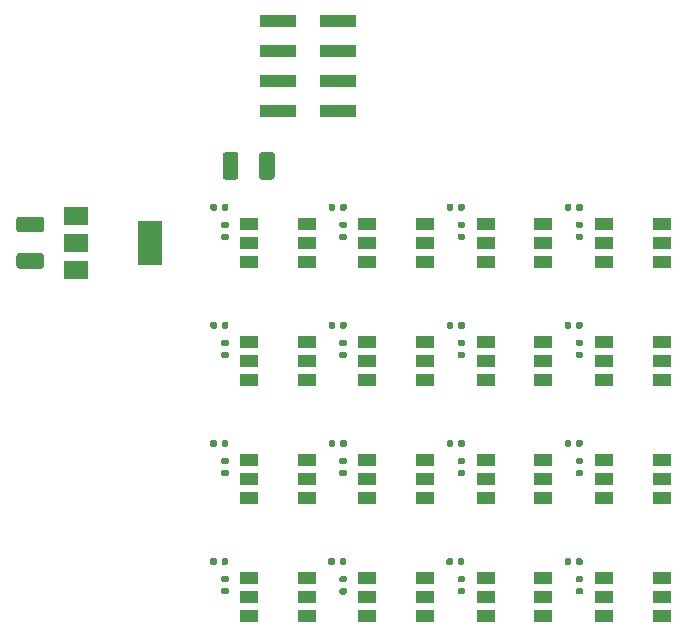
<source format=gbr>
%TF.GenerationSoftware,KiCad,Pcbnew,5.1.9+dfsg1-1~bpo10+1*%
%TF.CreationDate,2021-09-24T09:11:16+00:00*%
%TF.ProjectId,blinkenlights,626c696e-6b65-46e6-9c69-676874732e6b,rev?*%
%TF.SameCoordinates,Original*%
%TF.FileFunction,Paste,Top*%
%TF.FilePolarity,Positive*%
%FSLAX46Y46*%
G04 Gerber Fmt 4.6, Leading zero omitted, Abs format (unit mm)*
G04 Created by KiCad (PCBNEW 5.1.9+dfsg1-1~bpo10+1) date 2021-09-24 09:11:16*
%MOMM*%
%LPD*%
G01*
G04 APERTURE LIST*
%ADD10R,1.500000X1.000000*%
%ADD11R,3.150000X1.000000*%
%ADD12R,2.000000X3.800000*%
%ADD13R,2.000000X1.500000*%
G04 APERTURE END LIST*
%TO.C,C101*%
G36*
G01*
X104925001Y-74125000D02*
X103074999Y-74125000D01*
G75*
G02*
X102825000Y-73875001I0J249999D01*
G01*
X102825000Y-73049999D01*
G75*
G02*
X103074999Y-72800000I249999J0D01*
G01*
X104925001Y-72800000D01*
G75*
G02*
X105175000Y-73049999I0J-249999D01*
G01*
X105175000Y-73875001D01*
G75*
G02*
X104925001Y-74125000I-249999J0D01*
G01*
G37*
G36*
G01*
X104925001Y-77200000D02*
X103074999Y-77200000D01*
G75*
G02*
X102825000Y-76950001I0J249999D01*
G01*
X102825000Y-76124999D01*
G75*
G02*
X103074999Y-75875000I249999J0D01*
G01*
X104925001Y-75875000D01*
G75*
G02*
X105175000Y-76124999I0J-249999D01*
G01*
X105175000Y-76950001D01*
G75*
G02*
X104925001Y-77200000I-249999J0D01*
G01*
G37*
%TD*%
%TO.C,C102*%
G36*
G01*
X120300000Y-69425001D02*
X120300000Y-67574999D01*
G75*
G02*
X120549999Y-67325000I249999J0D01*
G01*
X121375001Y-67325000D01*
G75*
G02*
X121625000Y-67574999I0J-249999D01*
G01*
X121625000Y-69425001D01*
G75*
G02*
X121375001Y-69675000I-249999J0D01*
G01*
X120549999Y-69675000D01*
G75*
G02*
X120300000Y-69425001I0J249999D01*
G01*
G37*
G36*
G01*
X123375000Y-69425001D02*
X123375000Y-67574999D01*
G75*
G02*
X123624999Y-67325000I249999J0D01*
G01*
X124450001Y-67325000D01*
G75*
G02*
X124700000Y-67574999I0J-249999D01*
G01*
X124700000Y-69425001D01*
G75*
G02*
X124450001Y-69675000I-249999J0D01*
G01*
X123624999Y-69675000D01*
G75*
G02*
X123375000Y-69425001I0J249999D01*
G01*
G37*
%TD*%
%TO.C,C201*%
G36*
G01*
X119260000Y-72170000D02*
X119260000Y-71830000D01*
G75*
G02*
X119400000Y-71690000I140000J0D01*
G01*
X119680000Y-71690000D01*
G75*
G02*
X119820000Y-71830000I0J-140000D01*
G01*
X119820000Y-72170000D01*
G75*
G02*
X119680000Y-72310000I-140000J0D01*
G01*
X119400000Y-72310000D01*
G75*
G02*
X119260000Y-72170000I0J140000D01*
G01*
G37*
G36*
G01*
X120220000Y-72170000D02*
X120220000Y-71830000D01*
G75*
G02*
X120360000Y-71690000I140000J0D01*
G01*
X120640000Y-71690000D01*
G75*
G02*
X120780000Y-71830000I0J-140000D01*
G01*
X120780000Y-72170000D01*
G75*
G02*
X120640000Y-72310000I-140000J0D01*
G01*
X120360000Y-72310000D01*
G75*
G02*
X120220000Y-72170000I0J140000D01*
G01*
G37*
%TD*%
%TO.C,C202*%
G36*
G01*
X129260000Y-72170000D02*
X129260000Y-71830000D01*
G75*
G02*
X129400000Y-71690000I140000J0D01*
G01*
X129680000Y-71690000D01*
G75*
G02*
X129820000Y-71830000I0J-140000D01*
G01*
X129820000Y-72170000D01*
G75*
G02*
X129680000Y-72310000I-140000J0D01*
G01*
X129400000Y-72310000D01*
G75*
G02*
X129260000Y-72170000I0J140000D01*
G01*
G37*
G36*
G01*
X130220000Y-72170000D02*
X130220000Y-71830000D01*
G75*
G02*
X130360000Y-71690000I140000J0D01*
G01*
X130640000Y-71690000D01*
G75*
G02*
X130780000Y-71830000I0J-140000D01*
G01*
X130780000Y-72170000D01*
G75*
G02*
X130640000Y-72310000I-140000J0D01*
G01*
X130360000Y-72310000D01*
G75*
G02*
X130220000Y-72170000I0J140000D01*
G01*
G37*
%TD*%
%TO.C,C203*%
G36*
G01*
X140220000Y-72170000D02*
X140220000Y-71830000D01*
G75*
G02*
X140360000Y-71690000I140000J0D01*
G01*
X140640000Y-71690000D01*
G75*
G02*
X140780000Y-71830000I0J-140000D01*
G01*
X140780000Y-72170000D01*
G75*
G02*
X140640000Y-72310000I-140000J0D01*
G01*
X140360000Y-72310000D01*
G75*
G02*
X140220000Y-72170000I0J140000D01*
G01*
G37*
G36*
G01*
X139260000Y-72170000D02*
X139260000Y-71830000D01*
G75*
G02*
X139400000Y-71690000I140000J0D01*
G01*
X139680000Y-71690000D01*
G75*
G02*
X139820000Y-71830000I0J-140000D01*
G01*
X139820000Y-72170000D01*
G75*
G02*
X139680000Y-72310000I-140000J0D01*
G01*
X139400000Y-72310000D01*
G75*
G02*
X139260000Y-72170000I0J140000D01*
G01*
G37*
%TD*%
%TO.C,C204*%
G36*
G01*
X150220000Y-72170000D02*
X150220000Y-71830000D01*
G75*
G02*
X150360000Y-71690000I140000J0D01*
G01*
X150640000Y-71690000D01*
G75*
G02*
X150780000Y-71830000I0J-140000D01*
G01*
X150780000Y-72170000D01*
G75*
G02*
X150640000Y-72310000I-140000J0D01*
G01*
X150360000Y-72310000D01*
G75*
G02*
X150220000Y-72170000I0J140000D01*
G01*
G37*
G36*
G01*
X149260000Y-72170000D02*
X149260000Y-71830000D01*
G75*
G02*
X149400000Y-71690000I140000J0D01*
G01*
X149680000Y-71690000D01*
G75*
G02*
X149820000Y-71830000I0J-140000D01*
G01*
X149820000Y-72170000D01*
G75*
G02*
X149680000Y-72310000I-140000J0D01*
G01*
X149400000Y-72310000D01*
G75*
G02*
X149260000Y-72170000I0J140000D01*
G01*
G37*
%TD*%
%TO.C,C205*%
G36*
G01*
X120220000Y-82170000D02*
X120220000Y-81830000D01*
G75*
G02*
X120360000Y-81690000I140000J0D01*
G01*
X120640000Y-81690000D01*
G75*
G02*
X120780000Y-81830000I0J-140000D01*
G01*
X120780000Y-82170000D01*
G75*
G02*
X120640000Y-82310000I-140000J0D01*
G01*
X120360000Y-82310000D01*
G75*
G02*
X120220000Y-82170000I0J140000D01*
G01*
G37*
G36*
G01*
X119260000Y-82170000D02*
X119260000Y-81830000D01*
G75*
G02*
X119400000Y-81690000I140000J0D01*
G01*
X119680000Y-81690000D01*
G75*
G02*
X119820000Y-81830000I0J-140000D01*
G01*
X119820000Y-82170000D01*
G75*
G02*
X119680000Y-82310000I-140000J0D01*
G01*
X119400000Y-82310000D01*
G75*
G02*
X119260000Y-82170000I0J140000D01*
G01*
G37*
%TD*%
%TO.C,C206*%
G36*
G01*
X130220000Y-82170000D02*
X130220000Y-81830000D01*
G75*
G02*
X130360000Y-81690000I140000J0D01*
G01*
X130640000Y-81690000D01*
G75*
G02*
X130780000Y-81830000I0J-140000D01*
G01*
X130780000Y-82170000D01*
G75*
G02*
X130640000Y-82310000I-140000J0D01*
G01*
X130360000Y-82310000D01*
G75*
G02*
X130220000Y-82170000I0J140000D01*
G01*
G37*
G36*
G01*
X129260000Y-82170000D02*
X129260000Y-81830000D01*
G75*
G02*
X129400000Y-81690000I140000J0D01*
G01*
X129680000Y-81690000D01*
G75*
G02*
X129820000Y-81830000I0J-140000D01*
G01*
X129820000Y-82170000D01*
G75*
G02*
X129680000Y-82310000I-140000J0D01*
G01*
X129400000Y-82310000D01*
G75*
G02*
X129260000Y-82170000I0J140000D01*
G01*
G37*
%TD*%
%TO.C,C207*%
G36*
G01*
X140220000Y-82170000D02*
X140220000Y-81830000D01*
G75*
G02*
X140360000Y-81690000I140000J0D01*
G01*
X140640000Y-81690000D01*
G75*
G02*
X140780000Y-81830000I0J-140000D01*
G01*
X140780000Y-82170000D01*
G75*
G02*
X140640000Y-82310000I-140000J0D01*
G01*
X140360000Y-82310000D01*
G75*
G02*
X140220000Y-82170000I0J140000D01*
G01*
G37*
G36*
G01*
X139260000Y-82170000D02*
X139260000Y-81830000D01*
G75*
G02*
X139400000Y-81690000I140000J0D01*
G01*
X139680000Y-81690000D01*
G75*
G02*
X139820000Y-81830000I0J-140000D01*
G01*
X139820000Y-82170000D01*
G75*
G02*
X139680000Y-82310000I-140000J0D01*
G01*
X139400000Y-82310000D01*
G75*
G02*
X139260000Y-82170000I0J140000D01*
G01*
G37*
%TD*%
%TO.C,C208*%
G36*
G01*
X149240000Y-82170000D02*
X149240000Y-81830000D01*
G75*
G02*
X149380000Y-81690000I140000J0D01*
G01*
X149660000Y-81690000D01*
G75*
G02*
X149800000Y-81830000I0J-140000D01*
G01*
X149800000Y-82170000D01*
G75*
G02*
X149660000Y-82310000I-140000J0D01*
G01*
X149380000Y-82310000D01*
G75*
G02*
X149240000Y-82170000I0J140000D01*
G01*
G37*
G36*
G01*
X150200000Y-82170000D02*
X150200000Y-81830000D01*
G75*
G02*
X150340000Y-81690000I140000J0D01*
G01*
X150620000Y-81690000D01*
G75*
G02*
X150760000Y-81830000I0J-140000D01*
G01*
X150760000Y-82170000D01*
G75*
G02*
X150620000Y-82310000I-140000J0D01*
G01*
X150340000Y-82310000D01*
G75*
G02*
X150200000Y-82170000I0J140000D01*
G01*
G37*
%TD*%
%TO.C,C209*%
G36*
G01*
X119260000Y-92170000D02*
X119260000Y-91830000D01*
G75*
G02*
X119400000Y-91690000I140000J0D01*
G01*
X119680000Y-91690000D01*
G75*
G02*
X119820000Y-91830000I0J-140000D01*
G01*
X119820000Y-92170000D01*
G75*
G02*
X119680000Y-92310000I-140000J0D01*
G01*
X119400000Y-92310000D01*
G75*
G02*
X119260000Y-92170000I0J140000D01*
G01*
G37*
G36*
G01*
X120220000Y-92170000D02*
X120220000Y-91830000D01*
G75*
G02*
X120360000Y-91690000I140000J0D01*
G01*
X120640000Y-91690000D01*
G75*
G02*
X120780000Y-91830000I0J-140000D01*
G01*
X120780000Y-92170000D01*
G75*
G02*
X120640000Y-92310000I-140000J0D01*
G01*
X120360000Y-92310000D01*
G75*
G02*
X120220000Y-92170000I0J140000D01*
G01*
G37*
%TD*%
%TO.C,C210*%
G36*
G01*
X129260000Y-92170000D02*
X129260000Y-91830000D01*
G75*
G02*
X129400000Y-91690000I140000J0D01*
G01*
X129680000Y-91690000D01*
G75*
G02*
X129820000Y-91830000I0J-140000D01*
G01*
X129820000Y-92170000D01*
G75*
G02*
X129680000Y-92310000I-140000J0D01*
G01*
X129400000Y-92310000D01*
G75*
G02*
X129260000Y-92170000I0J140000D01*
G01*
G37*
G36*
G01*
X130220000Y-92170000D02*
X130220000Y-91830000D01*
G75*
G02*
X130360000Y-91690000I140000J0D01*
G01*
X130640000Y-91690000D01*
G75*
G02*
X130780000Y-91830000I0J-140000D01*
G01*
X130780000Y-92170000D01*
G75*
G02*
X130640000Y-92310000I-140000J0D01*
G01*
X130360000Y-92310000D01*
G75*
G02*
X130220000Y-92170000I0J140000D01*
G01*
G37*
%TD*%
%TO.C,C211*%
G36*
G01*
X139260000Y-92170000D02*
X139260000Y-91830000D01*
G75*
G02*
X139400000Y-91690000I140000J0D01*
G01*
X139680000Y-91690000D01*
G75*
G02*
X139820000Y-91830000I0J-140000D01*
G01*
X139820000Y-92170000D01*
G75*
G02*
X139680000Y-92310000I-140000J0D01*
G01*
X139400000Y-92310000D01*
G75*
G02*
X139260000Y-92170000I0J140000D01*
G01*
G37*
G36*
G01*
X140220000Y-92170000D02*
X140220000Y-91830000D01*
G75*
G02*
X140360000Y-91690000I140000J0D01*
G01*
X140640000Y-91690000D01*
G75*
G02*
X140780000Y-91830000I0J-140000D01*
G01*
X140780000Y-92170000D01*
G75*
G02*
X140640000Y-92310000I-140000J0D01*
G01*
X140360000Y-92310000D01*
G75*
G02*
X140220000Y-92170000I0J140000D01*
G01*
G37*
%TD*%
%TO.C,C212*%
G36*
G01*
X149240000Y-92170000D02*
X149240000Y-91830000D01*
G75*
G02*
X149380000Y-91690000I140000J0D01*
G01*
X149660000Y-91690000D01*
G75*
G02*
X149800000Y-91830000I0J-140000D01*
G01*
X149800000Y-92170000D01*
G75*
G02*
X149660000Y-92310000I-140000J0D01*
G01*
X149380000Y-92310000D01*
G75*
G02*
X149240000Y-92170000I0J140000D01*
G01*
G37*
G36*
G01*
X150200000Y-92170000D02*
X150200000Y-91830000D01*
G75*
G02*
X150340000Y-91690000I140000J0D01*
G01*
X150620000Y-91690000D01*
G75*
G02*
X150760000Y-91830000I0J-140000D01*
G01*
X150760000Y-92170000D01*
G75*
G02*
X150620000Y-92310000I-140000J0D01*
G01*
X150340000Y-92310000D01*
G75*
G02*
X150200000Y-92170000I0J140000D01*
G01*
G37*
%TD*%
%TO.C,C213*%
G36*
G01*
X120200000Y-102170000D02*
X120200000Y-101830000D01*
G75*
G02*
X120340000Y-101690000I140000J0D01*
G01*
X120620000Y-101690000D01*
G75*
G02*
X120760000Y-101830000I0J-140000D01*
G01*
X120760000Y-102170000D01*
G75*
G02*
X120620000Y-102310000I-140000J0D01*
G01*
X120340000Y-102310000D01*
G75*
G02*
X120200000Y-102170000I0J140000D01*
G01*
G37*
G36*
G01*
X119240000Y-102170000D02*
X119240000Y-101830000D01*
G75*
G02*
X119380000Y-101690000I140000J0D01*
G01*
X119660000Y-101690000D01*
G75*
G02*
X119800000Y-101830000I0J-140000D01*
G01*
X119800000Y-102170000D01*
G75*
G02*
X119660000Y-102310000I-140000J0D01*
G01*
X119380000Y-102310000D01*
G75*
G02*
X119240000Y-102170000I0J140000D01*
G01*
G37*
%TD*%
%TO.C,C214*%
G36*
G01*
X130200000Y-102170000D02*
X130200000Y-101830000D01*
G75*
G02*
X130340000Y-101690000I140000J0D01*
G01*
X130620000Y-101690000D01*
G75*
G02*
X130760000Y-101830000I0J-140000D01*
G01*
X130760000Y-102170000D01*
G75*
G02*
X130620000Y-102310000I-140000J0D01*
G01*
X130340000Y-102310000D01*
G75*
G02*
X130200000Y-102170000I0J140000D01*
G01*
G37*
G36*
G01*
X129240000Y-102170000D02*
X129240000Y-101830000D01*
G75*
G02*
X129380000Y-101690000I140000J0D01*
G01*
X129660000Y-101690000D01*
G75*
G02*
X129800000Y-101830000I0J-140000D01*
G01*
X129800000Y-102170000D01*
G75*
G02*
X129660000Y-102310000I-140000J0D01*
G01*
X129380000Y-102310000D01*
G75*
G02*
X129240000Y-102170000I0J140000D01*
G01*
G37*
%TD*%
%TO.C,C215*%
G36*
G01*
X139240000Y-102170000D02*
X139240000Y-101830000D01*
G75*
G02*
X139380000Y-101690000I140000J0D01*
G01*
X139660000Y-101690000D01*
G75*
G02*
X139800000Y-101830000I0J-140000D01*
G01*
X139800000Y-102170000D01*
G75*
G02*
X139660000Y-102310000I-140000J0D01*
G01*
X139380000Y-102310000D01*
G75*
G02*
X139240000Y-102170000I0J140000D01*
G01*
G37*
G36*
G01*
X140200000Y-102170000D02*
X140200000Y-101830000D01*
G75*
G02*
X140340000Y-101690000I140000J0D01*
G01*
X140620000Y-101690000D01*
G75*
G02*
X140760000Y-101830000I0J-140000D01*
G01*
X140760000Y-102170000D01*
G75*
G02*
X140620000Y-102310000I-140000J0D01*
G01*
X140340000Y-102310000D01*
G75*
G02*
X140200000Y-102170000I0J140000D01*
G01*
G37*
%TD*%
%TO.C,C216*%
G36*
G01*
X150200000Y-102170000D02*
X150200000Y-101830000D01*
G75*
G02*
X150340000Y-101690000I140000J0D01*
G01*
X150620000Y-101690000D01*
G75*
G02*
X150760000Y-101830000I0J-140000D01*
G01*
X150760000Y-102170000D01*
G75*
G02*
X150620000Y-102310000I-140000J0D01*
G01*
X150340000Y-102310000D01*
G75*
G02*
X150200000Y-102170000I0J140000D01*
G01*
G37*
G36*
G01*
X149240000Y-102170000D02*
X149240000Y-101830000D01*
G75*
G02*
X149380000Y-101690000I140000J0D01*
G01*
X149660000Y-101690000D01*
G75*
G02*
X149800000Y-101830000I0J-140000D01*
G01*
X149800000Y-102170000D01*
G75*
G02*
X149660000Y-102310000I-140000J0D01*
G01*
X149380000Y-102310000D01*
G75*
G02*
X149240000Y-102170000I0J140000D01*
G01*
G37*
%TD*%
D10*
%TO.C,D201*%
X127450000Y-76600000D03*
X127450000Y-75000000D03*
X127450000Y-73400000D03*
X122550000Y-76600000D03*
X122550000Y-75000000D03*
X122550000Y-73400000D03*
%TD*%
%TO.C,D202*%
X132550000Y-73400000D03*
X132550000Y-75000000D03*
X132550000Y-76600000D03*
X137450000Y-73400000D03*
X137450000Y-75000000D03*
X137450000Y-76600000D03*
%TD*%
%TO.C,D203*%
X147450000Y-76600000D03*
X147450000Y-75000000D03*
X147450000Y-73400000D03*
X142550000Y-76600000D03*
X142550000Y-75000000D03*
X142550000Y-73400000D03*
%TD*%
%TO.C,D204*%
X157450000Y-76600000D03*
X157450000Y-75000000D03*
X157450000Y-73400000D03*
X152550000Y-76600000D03*
X152550000Y-75000000D03*
X152550000Y-73400000D03*
%TD*%
%TO.C,D205*%
X122550000Y-83400000D03*
X122550000Y-85000000D03*
X122550000Y-86600000D03*
X127450000Y-83400000D03*
X127450000Y-85000000D03*
X127450000Y-86600000D03*
%TD*%
%TO.C,D206*%
X132550000Y-83400000D03*
X132550000Y-85000000D03*
X132550000Y-86600000D03*
X137450000Y-83400000D03*
X137450000Y-85000000D03*
X137450000Y-86600000D03*
%TD*%
%TO.C,D207*%
X142550000Y-83400000D03*
X142550000Y-85000000D03*
X142550000Y-86600000D03*
X147450000Y-83400000D03*
X147450000Y-85000000D03*
X147450000Y-86600000D03*
%TD*%
%TO.C,D208*%
X157450000Y-86600000D03*
X157450000Y-85000000D03*
X157450000Y-83400000D03*
X152550000Y-86600000D03*
X152550000Y-85000000D03*
X152550000Y-83400000D03*
%TD*%
%TO.C,D209*%
X122550000Y-93400000D03*
X122550000Y-95000000D03*
X122550000Y-96600000D03*
X127450000Y-93400000D03*
X127450000Y-95000000D03*
X127450000Y-96600000D03*
%TD*%
%TO.C,D210*%
X132550000Y-93400000D03*
X132550000Y-95000000D03*
X132550000Y-96600000D03*
X137450000Y-93400000D03*
X137450000Y-95000000D03*
X137450000Y-96600000D03*
%TD*%
%TO.C,D211*%
X142550000Y-93400000D03*
X142550000Y-95000000D03*
X142550000Y-96600000D03*
X147450000Y-93400000D03*
X147450000Y-95000000D03*
X147450000Y-96600000D03*
%TD*%
%TO.C,D212*%
X157450000Y-96600000D03*
X157450000Y-95000000D03*
X157450000Y-93400000D03*
X152550000Y-96600000D03*
X152550000Y-95000000D03*
X152550000Y-93400000D03*
%TD*%
%TO.C,D213*%
X127450000Y-106600000D03*
X127450000Y-105000000D03*
X127450000Y-103400000D03*
X122550000Y-106600000D03*
X122550000Y-105000000D03*
X122550000Y-103400000D03*
%TD*%
%TO.C,D214*%
X132550000Y-103400000D03*
X132550000Y-105000000D03*
X132550000Y-106600000D03*
X137450000Y-103400000D03*
X137450000Y-105000000D03*
X137450000Y-106600000D03*
%TD*%
%TO.C,D215*%
X147450000Y-106600000D03*
X147450000Y-105000000D03*
X147450000Y-103400000D03*
X142550000Y-106600000D03*
X142550000Y-105000000D03*
X142550000Y-103400000D03*
%TD*%
%TO.C,D216*%
X157450000Y-106600000D03*
X157450000Y-105000000D03*
X157450000Y-103400000D03*
X152550000Y-106600000D03*
X152550000Y-105000000D03*
X152550000Y-103400000D03*
%TD*%
D11*
%TO.C,J102*%
X124975000Y-56190000D03*
X130025000Y-56190000D03*
X124975000Y-58730000D03*
X130025000Y-58730000D03*
X124975000Y-61270000D03*
X130025000Y-61270000D03*
X124975000Y-63810000D03*
X130025000Y-63810000D03*
%TD*%
%TO.C,R201*%
G36*
G01*
X120685000Y-73760000D02*
X120315000Y-73760000D01*
G75*
G02*
X120180000Y-73625000I0J135000D01*
G01*
X120180000Y-73355000D01*
G75*
G02*
X120315000Y-73220000I135000J0D01*
G01*
X120685000Y-73220000D01*
G75*
G02*
X120820000Y-73355000I0J-135000D01*
G01*
X120820000Y-73625000D01*
G75*
G02*
X120685000Y-73760000I-135000J0D01*
G01*
G37*
G36*
G01*
X120685000Y-74780000D02*
X120315000Y-74780000D01*
G75*
G02*
X120180000Y-74645000I0J135000D01*
G01*
X120180000Y-74375000D01*
G75*
G02*
X120315000Y-74240000I135000J0D01*
G01*
X120685000Y-74240000D01*
G75*
G02*
X120820000Y-74375000I0J-135000D01*
G01*
X120820000Y-74645000D01*
G75*
G02*
X120685000Y-74780000I-135000J0D01*
G01*
G37*
%TD*%
%TO.C,R202*%
G36*
G01*
X130685000Y-73760000D02*
X130315000Y-73760000D01*
G75*
G02*
X130180000Y-73625000I0J135000D01*
G01*
X130180000Y-73355000D01*
G75*
G02*
X130315000Y-73220000I135000J0D01*
G01*
X130685000Y-73220000D01*
G75*
G02*
X130820000Y-73355000I0J-135000D01*
G01*
X130820000Y-73625000D01*
G75*
G02*
X130685000Y-73760000I-135000J0D01*
G01*
G37*
G36*
G01*
X130685000Y-74780000D02*
X130315000Y-74780000D01*
G75*
G02*
X130180000Y-74645000I0J135000D01*
G01*
X130180000Y-74375000D01*
G75*
G02*
X130315000Y-74240000I135000J0D01*
G01*
X130685000Y-74240000D01*
G75*
G02*
X130820000Y-74375000I0J-135000D01*
G01*
X130820000Y-74645000D01*
G75*
G02*
X130685000Y-74780000I-135000J0D01*
G01*
G37*
%TD*%
%TO.C,R203*%
G36*
G01*
X140685000Y-73760000D02*
X140315000Y-73760000D01*
G75*
G02*
X140180000Y-73625000I0J135000D01*
G01*
X140180000Y-73355000D01*
G75*
G02*
X140315000Y-73220000I135000J0D01*
G01*
X140685000Y-73220000D01*
G75*
G02*
X140820000Y-73355000I0J-135000D01*
G01*
X140820000Y-73625000D01*
G75*
G02*
X140685000Y-73760000I-135000J0D01*
G01*
G37*
G36*
G01*
X140685000Y-74780000D02*
X140315000Y-74780000D01*
G75*
G02*
X140180000Y-74645000I0J135000D01*
G01*
X140180000Y-74375000D01*
G75*
G02*
X140315000Y-74240000I135000J0D01*
G01*
X140685000Y-74240000D01*
G75*
G02*
X140820000Y-74375000I0J-135000D01*
G01*
X140820000Y-74645000D01*
G75*
G02*
X140685000Y-74780000I-135000J0D01*
G01*
G37*
%TD*%
%TO.C,R204*%
G36*
G01*
X150685000Y-73760000D02*
X150315000Y-73760000D01*
G75*
G02*
X150180000Y-73625000I0J135000D01*
G01*
X150180000Y-73355000D01*
G75*
G02*
X150315000Y-73220000I135000J0D01*
G01*
X150685000Y-73220000D01*
G75*
G02*
X150820000Y-73355000I0J-135000D01*
G01*
X150820000Y-73625000D01*
G75*
G02*
X150685000Y-73760000I-135000J0D01*
G01*
G37*
G36*
G01*
X150685000Y-74780000D02*
X150315000Y-74780000D01*
G75*
G02*
X150180000Y-74645000I0J135000D01*
G01*
X150180000Y-74375000D01*
G75*
G02*
X150315000Y-74240000I135000J0D01*
G01*
X150685000Y-74240000D01*
G75*
G02*
X150820000Y-74375000I0J-135000D01*
G01*
X150820000Y-74645000D01*
G75*
G02*
X150685000Y-74780000I-135000J0D01*
G01*
G37*
%TD*%
%TO.C,R205*%
G36*
G01*
X120685000Y-83760000D02*
X120315000Y-83760000D01*
G75*
G02*
X120180000Y-83625000I0J135000D01*
G01*
X120180000Y-83355000D01*
G75*
G02*
X120315000Y-83220000I135000J0D01*
G01*
X120685000Y-83220000D01*
G75*
G02*
X120820000Y-83355000I0J-135000D01*
G01*
X120820000Y-83625000D01*
G75*
G02*
X120685000Y-83760000I-135000J0D01*
G01*
G37*
G36*
G01*
X120685000Y-84780000D02*
X120315000Y-84780000D01*
G75*
G02*
X120180000Y-84645000I0J135000D01*
G01*
X120180000Y-84375000D01*
G75*
G02*
X120315000Y-84240000I135000J0D01*
G01*
X120685000Y-84240000D01*
G75*
G02*
X120820000Y-84375000I0J-135000D01*
G01*
X120820000Y-84645000D01*
G75*
G02*
X120685000Y-84780000I-135000J0D01*
G01*
G37*
%TD*%
%TO.C,R206*%
G36*
G01*
X130685000Y-83760000D02*
X130315000Y-83760000D01*
G75*
G02*
X130180000Y-83625000I0J135000D01*
G01*
X130180000Y-83355000D01*
G75*
G02*
X130315000Y-83220000I135000J0D01*
G01*
X130685000Y-83220000D01*
G75*
G02*
X130820000Y-83355000I0J-135000D01*
G01*
X130820000Y-83625000D01*
G75*
G02*
X130685000Y-83760000I-135000J0D01*
G01*
G37*
G36*
G01*
X130685000Y-84780000D02*
X130315000Y-84780000D01*
G75*
G02*
X130180000Y-84645000I0J135000D01*
G01*
X130180000Y-84375000D01*
G75*
G02*
X130315000Y-84240000I135000J0D01*
G01*
X130685000Y-84240000D01*
G75*
G02*
X130820000Y-84375000I0J-135000D01*
G01*
X130820000Y-84645000D01*
G75*
G02*
X130685000Y-84780000I-135000J0D01*
G01*
G37*
%TD*%
%TO.C,R207*%
G36*
G01*
X140685000Y-83760000D02*
X140315000Y-83760000D01*
G75*
G02*
X140180000Y-83625000I0J135000D01*
G01*
X140180000Y-83355000D01*
G75*
G02*
X140315000Y-83220000I135000J0D01*
G01*
X140685000Y-83220000D01*
G75*
G02*
X140820000Y-83355000I0J-135000D01*
G01*
X140820000Y-83625000D01*
G75*
G02*
X140685000Y-83760000I-135000J0D01*
G01*
G37*
G36*
G01*
X140685000Y-84780000D02*
X140315000Y-84780000D01*
G75*
G02*
X140180000Y-84645000I0J135000D01*
G01*
X140180000Y-84375000D01*
G75*
G02*
X140315000Y-84240000I135000J0D01*
G01*
X140685000Y-84240000D01*
G75*
G02*
X140820000Y-84375000I0J-135000D01*
G01*
X140820000Y-84645000D01*
G75*
G02*
X140685000Y-84780000I-135000J0D01*
G01*
G37*
%TD*%
%TO.C,R208*%
G36*
G01*
X150685000Y-84770000D02*
X150315000Y-84770000D01*
G75*
G02*
X150180000Y-84635000I0J135000D01*
G01*
X150180000Y-84365000D01*
G75*
G02*
X150315000Y-84230000I135000J0D01*
G01*
X150685000Y-84230000D01*
G75*
G02*
X150820000Y-84365000I0J-135000D01*
G01*
X150820000Y-84635000D01*
G75*
G02*
X150685000Y-84770000I-135000J0D01*
G01*
G37*
G36*
G01*
X150685000Y-83750000D02*
X150315000Y-83750000D01*
G75*
G02*
X150180000Y-83615000I0J135000D01*
G01*
X150180000Y-83345000D01*
G75*
G02*
X150315000Y-83210000I135000J0D01*
G01*
X150685000Y-83210000D01*
G75*
G02*
X150820000Y-83345000I0J-135000D01*
G01*
X150820000Y-83615000D01*
G75*
G02*
X150685000Y-83750000I-135000J0D01*
G01*
G37*
%TD*%
%TO.C,R209*%
G36*
G01*
X120685000Y-94780000D02*
X120315000Y-94780000D01*
G75*
G02*
X120180000Y-94645000I0J135000D01*
G01*
X120180000Y-94375000D01*
G75*
G02*
X120315000Y-94240000I135000J0D01*
G01*
X120685000Y-94240000D01*
G75*
G02*
X120820000Y-94375000I0J-135000D01*
G01*
X120820000Y-94645000D01*
G75*
G02*
X120685000Y-94780000I-135000J0D01*
G01*
G37*
G36*
G01*
X120685000Y-93760000D02*
X120315000Y-93760000D01*
G75*
G02*
X120180000Y-93625000I0J135000D01*
G01*
X120180000Y-93355000D01*
G75*
G02*
X120315000Y-93220000I135000J0D01*
G01*
X120685000Y-93220000D01*
G75*
G02*
X120820000Y-93355000I0J-135000D01*
G01*
X120820000Y-93625000D01*
G75*
G02*
X120685000Y-93760000I-135000J0D01*
G01*
G37*
%TD*%
%TO.C,R210*%
G36*
G01*
X130685000Y-94780000D02*
X130315000Y-94780000D01*
G75*
G02*
X130180000Y-94645000I0J135000D01*
G01*
X130180000Y-94375000D01*
G75*
G02*
X130315000Y-94240000I135000J0D01*
G01*
X130685000Y-94240000D01*
G75*
G02*
X130820000Y-94375000I0J-135000D01*
G01*
X130820000Y-94645000D01*
G75*
G02*
X130685000Y-94780000I-135000J0D01*
G01*
G37*
G36*
G01*
X130685000Y-93760000D02*
X130315000Y-93760000D01*
G75*
G02*
X130180000Y-93625000I0J135000D01*
G01*
X130180000Y-93355000D01*
G75*
G02*
X130315000Y-93220000I135000J0D01*
G01*
X130685000Y-93220000D01*
G75*
G02*
X130820000Y-93355000I0J-135000D01*
G01*
X130820000Y-93625000D01*
G75*
G02*
X130685000Y-93760000I-135000J0D01*
G01*
G37*
%TD*%
%TO.C,R211*%
G36*
G01*
X140685000Y-94780000D02*
X140315000Y-94780000D01*
G75*
G02*
X140180000Y-94645000I0J135000D01*
G01*
X140180000Y-94375000D01*
G75*
G02*
X140315000Y-94240000I135000J0D01*
G01*
X140685000Y-94240000D01*
G75*
G02*
X140820000Y-94375000I0J-135000D01*
G01*
X140820000Y-94645000D01*
G75*
G02*
X140685000Y-94780000I-135000J0D01*
G01*
G37*
G36*
G01*
X140685000Y-93760000D02*
X140315000Y-93760000D01*
G75*
G02*
X140180000Y-93625000I0J135000D01*
G01*
X140180000Y-93355000D01*
G75*
G02*
X140315000Y-93220000I135000J0D01*
G01*
X140685000Y-93220000D01*
G75*
G02*
X140820000Y-93355000I0J-135000D01*
G01*
X140820000Y-93625000D01*
G75*
G02*
X140685000Y-93760000I-135000J0D01*
G01*
G37*
%TD*%
%TO.C,R212*%
G36*
G01*
X150685000Y-94780000D02*
X150315000Y-94780000D01*
G75*
G02*
X150180000Y-94645000I0J135000D01*
G01*
X150180000Y-94375000D01*
G75*
G02*
X150315000Y-94240000I135000J0D01*
G01*
X150685000Y-94240000D01*
G75*
G02*
X150820000Y-94375000I0J-135000D01*
G01*
X150820000Y-94645000D01*
G75*
G02*
X150685000Y-94780000I-135000J0D01*
G01*
G37*
G36*
G01*
X150685000Y-93760000D02*
X150315000Y-93760000D01*
G75*
G02*
X150180000Y-93625000I0J135000D01*
G01*
X150180000Y-93355000D01*
G75*
G02*
X150315000Y-93220000I135000J0D01*
G01*
X150685000Y-93220000D01*
G75*
G02*
X150820000Y-93355000I0J-135000D01*
G01*
X150820000Y-93625000D01*
G75*
G02*
X150685000Y-93760000I-135000J0D01*
G01*
G37*
%TD*%
%TO.C,R213*%
G36*
G01*
X120685000Y-104780000D02*
X120315000Y-104780000D01*
G75*
G02*
X120180000Y-104645000I0J135000D01*
G01*
X120180000Y-104375000D01*
G75*
G02*
X120315000Y-104240000I135000J0D01*
G01*
X120685000Y-104240000D01*
G75*
G02*
X120820000Y-104375000I0J-135000D01*
G01*
X120820000Y-104645000D01*
G75*
G02*
X120685000Y-104780000I-135000J0D01*
G01*
G37*
G36*
G01*
X120685000Y-103760000D02*
X120315000Y-103760000D01*
G75*
G02*
X120180000Y-103625000I0J135000D01*
G01*
X120180000Y-103355000D01*
G75*
G02*
X120315000Y-103220000I135000J0D01*
G01*
X120685000Y-103220000D01*
G75*
G02*
X120820000Y-103355000I0J-135000D01*
G01*
X120820000Y-103625000D01*
G75*
G02*
X120685000Y-103760000I-135000J0D01*
G01*
G37*
%TD*%
%TO.C,R214*%
G36*
G01*
X130685000Y-104790000D02*
X130315000Y-104790000D01*
G75*
G02*
X130180000Y-104655000I0J135000D01*
G01*
X130180000Y-104385000D01*
G75*
G02*
X130315000Y-104250000I135000J0D01*
G01*
X130685000Y-104250000D01*
G75*
G02*
X130820000Y-104385000I0J-135000D01*
G01*
X130820000Y-104655000D01*
G75*
G02*
X130685000Y-104790000I-135000J0D01*
G01*
G37*
G36*
G01*
X130685000Y-103770000D02*
X130315000Y-103770000D01*
G75*
G02*
X130180000Y-103635000I0J135000D01*
G01*
X130180000Y-103365000D01*
G75*
G02*
X130315000Y-103230000I135000J0D01*
G01*
X130685000Y-103230000D01*
G75*
G02*
X130820000Y-103365000I0J-135000D01*
G01*
X130820000Y-103635000D01*
G75*
G02*
X130685000Y-103770000I-135000J0D01*
G01*
G37*
%TD*%
%TO.C,R215*%
G36*
G01*
X140685000Y-104780000D02*
X140315000Y-104780000D01*
G75*
G02*
X140180000Y-104645000I0J135000D01*
G01*
X140180000Y-104375000D01*
G75*
G02*
X140315000Y-104240000I135000J0D01*
G01*
X140685000Y-104240000D01*
G75*
G02*
X140820000Y-104375000I0J-135000D01*
G01*
X140820000Y-104645000D01*
G75*
G02*
X140685000Y-104780000I-135000J0D01*
G01*
G37*
G36*
G01*
X140685000Y-103760000D02*
X140315000Y-103760000D01*
G75*
G02*
X140180000Y-103625000I0J135000D01*
G01*
X140180000Y-103355000D01*
G75*
G02*
X140315000Y-103220000I135000J0D01*
G01*
X140685000Y-103220000D01*
G75*
G02*
X140820000Y-103355000I0J-135000D01*
G01*
X140820000Y-103625000D01*
G75*
G02*
X140685000Y-103760000I-135000J0D01*
G01*
G37*
%TD*%
%TO.C,R216*%
G36*
G01*
X150685000Y-103760000D02*
X150315000Y-103760000D01*
G75*
G02*
X150180000Y-103625000I0J135000D01*
G01*
X150180000Y-103355000D01*
G75*
G02*
X150315000Y-103220000I135000J0D01*
G01*
X150685000Y-103220000D01*
G75*
G02*
X150820000Y-103355000I0J-135000D01*
G01*
X150820000Y-103625000D01*
G75*
G02*
X150685000Y-103760000I-135000J0D01*
G01*
G37*
G36*
G01*
X150685000Y-104780000D02*
X150315000Y-104780000D01*
G75*
G02*
X150180000Y-104645000I0J135000D01*
G01*
X150180000Y-104375000D01*
G75*
G02*
X150315000Y-104240000I135000J0D01*
G01*
X150685000Y-104240000D01*
G75*
G02*
X150820000Y-104375000I0J-135000D01*
G01*
X150820000Y-104645000D01*
G75*
G02*
X150685000Y-104780000I-135000J0D01*
G01*
G37*
%TD*%
D12*
%TO.C,U101*%
X114150000Y-75000000D03*
D13*
X107850000Y-75000000D03*
X107850000Y-77300000D03*
X107850000Y-72700000D03*
%TD*%
M02*

</source>
